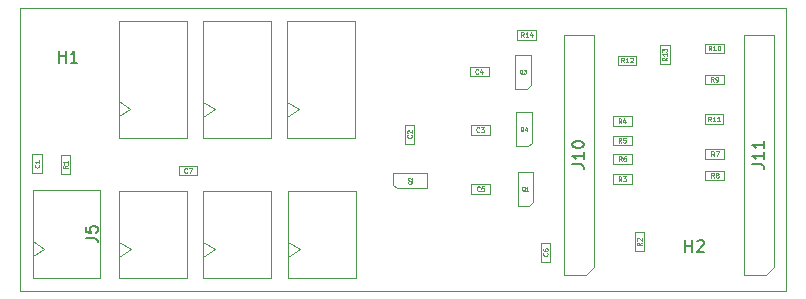
<source format=gbr>
%TF.GenerationSoftware,KiCad,Pcbnew,9.0.3*%
%TF.CreationDate,2025-09-10T20:52:41+09:00*%
%TF.ProjectId,mirror_Shooter_v2,6d697272-6f72-45f5-9368-6f6f7465725f,rev?*%
%TF.SameCoordinates,Original*%
%TF.FileFunction,Profile,NP*%
%FSLAX46Y46*%
G04 Gerber Fmt 4.6, Leading zero omitted, Abs format (unit mm)*
G04 Created by KiCad (PCBNEW 9.0.3) date 2025-09-10 20:52:41*
%MOMM*%
%LPD*%
G01*
G04 APERTURE LIST*
%TA.AperFunction,Profile*%
%ADD10C,0.100000*%
%TD*%
%ADD11C,0.060000*%
%ADD12C,0.150000*%
%ADD13C,0.050000*%
%ADD14C,0.100000*%
G04 APERTURE END LIST*
D10*
X159385000Y-97917000D02*
X224282000Y-97917000D01*
X224282000Y-121920000D01*
X159385000Y-121920000D01*
X159385000Y-97917000D01*
D11*
X202053857Y-100384927D02*
X201920524Y-100194451D01*
X201825286Y-100384927D02*
X201825286Y-99984927D01*
X201825286Y-99984927D02*
X201977667Y-99984927D01*
X201977667Y-99984927D02*
X202015762Y-100003975D01*
X202015762Y-100003975D02*
X202034809Y-100023022D01*
X202034809Y-100023022D02*
X202053857Y-100061118D01*
X202053857Y-100061118D02*
X202053857Y-100118260D01*
X202053857Y-100118260D02*
X202034809Y-100156356D01*
X202034809Y-100156356D02*
X202015762Y-100175403D01*
X202015762Y-100175403D02*
X201977667Y-100194451D01*
X201977667Y-100194451D02*
X201825286Y-100194451D01*
X202434809Y-100384927D02*
X202206238Y-100384927D01*
X202320524Y-100384927D02*
X202320524Y-99984927D01*
X202320524Y-99984927D02*
X202282428Y-100042070D01*
X202282428Y-100042070D02*
X202244333Y-100080165D01*
X202244333Y-100080165D02*
X202206238Y-100099213D01*
X202777666Y-100118260D02*
X202777666Y-100384927D01*
X202682428Y-99965880D02*
X202587190Y-100251594D01*
X202587190Y-100251594D02*
X202834809Y-100251594D01*
X214176927Y-102137642D02*
X213986451Y-102270975D01*
X214176927Y-102366213D02*
X213776927Y-102366213D01*
X213776927Y-102366213D02*
X213776927Y-102213832D01*
X213776927Y-102213832D02*
X213795975Y-102175737D01*
X213795975Y-102175737D02*
X213815022Y-102156690D01*
X213815022Y-102156690D02*
X213853118Y-102137642D01*
X213853118Y-102137642D02*
X213910260Y-102137642D01*
X213910260Y-102137642D02*
X213948356Y-102156690D01*
X213948356Y-102156690D02*
X213967403Y-102175737D01*
X213967403Y-102175737D02*
X213986451Y-102213832D01*
X213986451Y-102213832D02*
X213986451Y-102366213D01*
X214176927Y-101756690D02*
X214176927Y-101985261D01*
X214176927Y-101870975D02*
X213776927Y-101870975D01*
X213776927Y-101870975D02*
X213834070Y-101909071D01*
X213834070Y-101909071D02*
X213872165Y-101947166D01*
X213872165Y-101947166D02*
X213891213Y-101985261D01*
X213776927Y-101623357D02*
X213776927Y-101375738D01*
X213776927Y-101375738D02*
X213929308Y-101509071D01*
X213929308Y-101509071D02*
X213929308Y-101451928D01*
X213929308Y-101451928D02*
X213948356Y-101413833D01*
X213948356Y-101413833D02*
X213967403Y-101394785D01*
X213967403Y-101394785D02*
X214005499Y-101375738D01*
X214005499Y-101375738D02*
X214100737Y-101375738D01*
X214100737Y-101375738D02*
X214138832Y-101394785D01*
X214138832Y-101394785D02*
X214157880Y-101413833D01*
X214157880Y-101413833D02*
X214176927Y-101451928D01*
X214176927Y-101451928D02*
X214176927Y-101566214D01*
X214176927Y-101566214D02*
X214157880Y-101604309D01*
X214157880Y-101604309D02*
X214138832Y-101623357D01*
X210536357Y-102543927D02*
X210403024Y-102353451D01*
X210307786Y-102543927D02*
X210307786Y-102143927D01*
X210307786Y-102143927D02*
X210460167Y-102143927D01*
X210460167Y-102143927D02*
X210498262Y-102162975D01*
X210498262Y-102162975D02*
X210517309Y-102182022D01*
X210517309Y-102182022D02*
X210536357Y-102220118D01*
X210536357Y-102220118D02*
X210536357Y-102277260D01*
X210536357Y-102277260D02*
X210517309Y-102315356D01*
X210517309Y-102315356D02*
X210498262Y-102334403D01*
X210498262Y-102334403D02*
X210460167Y-102353451D01*
X210460167Y-102353451D02*
X210307786Y-102353451D01*
X210917309Y-102543927D02*
X210688738Y-102543927D01*
X210803024Y-102543927D02*
X210803024Y-102143927D01*
X210803024Y-102143927D02*
X210764928Y-102201070D01*
X210764928Y-102201070D02*
X210726833Y-102239165D01*
X210726833Y-102239165D02*
X210688738Y-102258213D01*
X211069690Y-102182022D02*
X211088738Y-102162975D01*
X211088738Y-102162975D02*
X211126833Y-102143927D01*
X211126833Y-102143927D02*
X211222071Y-102143927D01*
X211222071Y-102143927D02*
X211260166Y-102162975D01*
X211260166Y-102162975D02*
X211279214Y-102182022D01*
X211279214Y-102182022D02*
X211298261Y-102220118D01*
X211298261Y-102220118D02*
X211298261Y-102258213D01*
X211298261Y-102258213D02*
X211279214Y-102315356D01*
X211279214Y-102315356D02*
X211050642Y-102543927D01*
X211050642Y-102543927D02*
X211298261Y-102543927D01*
D12*
X164968819Y-117407333D02*
X165683104Y-117407333D01*
X165683104Y-117407333D02*
X165825961Y-117454952D01*
X165825961Y-117454952D02*
X165921200Y-117550190D01*
X165921200Y-117550190D02*
X165968819Y-117693047D01*
X165968819Y-117693047D02*
X165968819Y-117788285D01*
X164968819Y-116454952D02*
X164968819Y-116931142D01*
X164968819Y-116931142D02*
X165445009Y-116978761D01*
X165445009Y-116978761D02*
X165397390Y-116931142D01*
X165397390Y-116931142D02*
X165349771Y-116835904D01*
X165349771Y-116835904D02*
X165349771Y-116597809D01*
X165349771Y-116597809D02*
X165397390Y-116502571D01*
X165397390Y-116502571D02*
X165445009Y-116454952D01*
X165445009Y-116454952D02*
X165540247Y-116407333D01*
X165540247Y-116407333D02*
X165778342Y-116407333D01*
X165778342Y-116407333D02*
X165873580Y-116454952D01*
X165873580Y-116454952D02*
X165921200Y-116502571D01*
X165921200Y-116502571D02*
X165968819Y-116597809D01*
X165968819Y-116597809D02*
X165968819Y-116835904D01*
X165968819Y-116835904D02*
X165921200Y-116931142D01*
X165921200Y-116931142D02*
X165873580Y-116978761D01*
X162688095Y-102554819D02*
X162688095Y-101554819D01*
X162688095Y-102031009D02*
X163259523Y-102031009D01*
X163259523Y-102554819D02*
X163259523Y-101554819D01*
X164259523Y-102554819D02*
X163688095Y-102554819D01*
X163973809Y-102554819D02*
X163973809Y-101554819D01*
X163973809Y-101554819D02*
X163878571Y-101697676D01*
X163878571Y-101697676D02*
X163783333Y-101792914D01*
X163783333Y-101792914D02*
X163688095Y-101840533D01*
X215728095Y-118594819D02*
X215728095Y-117594819D01*
X215728095Y-118071009D02*
X216299523Y-118071009D01*
X216299523Y-118594819D02*
X216299523Y-117594819D01*
X216728095Y-117690057D02*
X216775714Y-117642438D01*
X216775714Y-117642438D02*
X216870952Y-117594819D01*
X216870952Y-117594819D02*
X217109047Y-117594819D01*
X217109047Y-117594819D02*
X217204285Y-117642438D01*
X217204285Y-117642438D02*
X217251904Y-117690057D01*
X217251904Y-117690057D02*
X217299523Y-117785295D01*
X217299523Y-117785295D02*
X217299523Y-117880533D01*
X217299523Y-117880533D02*
X217251904Y-118023390D01*
X217251904Y-118023390D02*
X216680476Y-118594819D01*
X216680476Y-118594819D02*
X217299523Y-118594819D01*
X206154819Y-111159523D02*
X206869104Y-111159523D01*
X206869104Y-111159523D02*
X207011961Y-111207142D01*
X207011961Y-111207142D02*
X207107200Y-111302380D01*
X207107200Y-111302380D02*
X207154819Y-111445237D01*
X207154819Y-111445237D02*
X207154819Y-111540475D01*
X207154819Y-110159523D02*
X207154819Y-110730951D01*
X207154819Y-110445237D02*
X206154819Y-110445237D01*
X206154819Y-110445237D02*
X206297676Y-110540475D01*
X206297676Y-110540475D02*
X206392914Y-110635713D01*
X206392914Y-110635713D02*
X206440533Y-110730951D01*
X206154819Y-109540475D02*
X206154819Y-109445237D01*
X206154819Y-109445237D02*
X206202438Y-109349999D01*
X206202438Y-109349999D02*
X206250057Y-109302380D01*
X206250057Y-109302380D02*
X206345295Y-109254761D01*
X206345295Y-109254761D02*
X206535771Y-109207142D01*
X206535771Y-109207142D02*
X206773866Y-109207142D01*
X206773866Y-109207142D02*
X206964342Y-109254761D01*
X206964342Y-109254761D02*
X207059580Y-109302380D01*
X207059580Y-109302380D02*
X207107200Y-109349999D01*
X207107200Y-109349999D02*
X207154819Y-109445237D01*
X207154819Y-109445237D02*
X207154819Y-109540475D01*
X207154819Y-109540475D02*
X207107200Y-109635713D01*
X207107200Y-109635713D02*
X207059580Y-109683332D01*
X207059580Y-109683332D02*
X206964342Y-109730951D01*
X206964342Y-109730951D02*
X206773866Y-109778570D01*
X206773866Y-109778570D02*
X206535771Y-109778570D01*
X206535771Y-109778570D02*
X206345295Y-109730951D01*
X206345295Y-109730951D02*
X206250057Y-109683332D01*
X206250057Y-109683332D02*
X206202438Y-109635713D01*
X206202438Y-109635713D02*
X206154819Y-109540475D01*
D11*
X163431927Y-111254166D02*
X163241451Y-111387499D01*
X163431927Y-111482737D02*
X163031927Y-111482737D01*
X163031927Y-111482737D02*
X163031927Y-111330356D01*
X163031927Y-111330356D02*
X163050975Y-111292261D01*
X163050975Y-111292261D02*
X163070022Y-111273214D01*
X163070022Y-111273214D02*
X163108118Y-111254166D01*
X163108118Y-111254166D02*
X163165260Y-111254166D01*
X163165260Y-111254166D02*
X163203356Y-111273214D01*
X163203356Y-111273214D02*
X163222403Y-111292261D01*
X163222403Y-111292261D02*
X163241451Y-111330356D01*
X163241451Y-111330356D02*
X163241451Y-111482737D01*
X163431927Y-110873214D02*
X163431927Y-111101785D01*
X163431927Y-110987499D02*
X163031927Y-110987499D01*
X163031927Y-110987499D02*
X163089070Y-111025595D01*
X163089070Y-111025595D02*
X163127165Y-111063690D01*
X163127165Y-111063690D02*
X163146213Y-111101785D01*
X210320833Y-107681927D02*
X210187500Y-107491451D01*
X210092262Y-107681927D02*
X210092262Y-107281927D01*
X210092262Y-107281927D02*
X210244643Y-107281927D01*
X210244643Y-107281927D02*
X210282738Y-107300975D01*
X210282738Y-107300975D02*
X210301785Y-107320022D01*
X210301785Y-107320022D02*
X210320833Y-107358118D01*
X210320833Y-107358118D02*
X210320833Y-107415260D01*
X210320833Y-107415260D02*
X210301785Y-107453356D01*
X210301785Y-107453356D02*
X210282738Y-107472403D01*
X210282738Y-107472403D02*
X210244643Y-107491451D01*
X210244643Y-107491451D02*
X210092262Y-107491451D01*
X210663690Y-107415260D02*
X210663690Y-107681927D01*
X210568452Y-107262880D02*
X210473214Y-107548594D01*
X210473214Y-107548594D02*
X210720833Y-107548594D01*
X218169033Y-110468727D02*
X218035700Y-110278251D01*
X217940462Y-110468727D02*
X217940462Y-110068727D01*
X217940462Y-110068727D02*
X218092843Y-110068727D01*
X218092843Y-110068727D02*
X218130938Y-110087775D01*
X218130938Y-110087775D02*
X218149985Y-110106822D01*
X218149985Y-110106822D02*
X218169033Y-110144918D01*
X218169033Y-110144918D02*
X218169033Y-110202060D01*
X218169033Y-110202060D02*
X218149985Y-110240156D01*
X218149985Y-110240156D02*
X218130938Y-110259203D01*
X218130938Y-110259203D02*
X218092843Y-110278251D01*
X218092843Y-110278251D02*
X217940462Y-110278251D01*
X218302366Y-110068727D02*
X218569033Y-110068727D01*
X218569033Y-110068727D02*
X218397604Y-110468727D01*
X204043832Y-118666666D02*
X204062880Y-118685714D01*
X204062880Y-118685714D02*
X204081927Y-118742856D01*
X204081927Y-118742856D02*
X204081927Y-118780952D01*
X204081927Y-118780952D02*
X204062880Y-118838095D01*
X204062880Y-118838095D02*
X204024784Y-118876190D01*
X204024784Y-118876190D02*
X203986689Y-118895237D01*
X203986689Y-118895237D02*
X203910499Y-118914285D01*
X203910499Y-118914285D02*
X203853356Y-118914285D01*
X203853356Y-118914285D02*
X203777165Y-118895237D01*
X203777165Y-118895237D02*
X203739070Y-118876190D01*
X203739070Y-118876190D02*
X203700975Y-118838095D01*
X203700975Y-118838095D02*
X203681927Y-118780952D01*
X203681927Y-118780952D02*
X203681927Y-118742856D01*
X203681927Y-118742856D02*
X203700975Y-118685714D01*
X203700975Y-118685714D02*
X203720022Y-118666666D01*
X203681927Y-118323809D02*
X203681927Y-118399999D01*
X203681927Y-118399999D02*
X203700975Y-118438095D01*
X203700975Y-118438095D02*
X203720022Y-118457142D01*
X203720022Y-118457142D02*
X203777165Y-118495237D01*
X203777165Y-118495237D02*
X203853356Y-118514285D01*
X203853356Y-118514285D02*
X204005737Y-118514285D01*
X204005737Y-118514285D02*
X204043832Y-118495237D01*
X204043832Y-118495237D02*
X204062880Y-118476190D01*
X204062880Y-118476190D02*
X204081927Y-118438095D01*
X204081927Y-118438095D02*
X204081927Y-118361904D01*
X204081927Y-118361904D02*
X204062880Y-118323809D01*
X204062880Y-118323809D02*
X204043832Y-118304761D01*
X204043832Y-118304761D02*
X204005737Y-118285714D01*
X204005737Y-118285714D02*
X203910499Y-118285714D01*
X203910499Y-118285714D02*
X203872403Y-118304761D01*
X203872403Y-118304761D02*
X203853356Y-118323809D01*
X203853356Y-118323809D02*
X203834308Y-118361904D01*
X203834308Y-118361904D02*
X203834308Y-118438095D01*
X203834308Y-118438095D02*
X203853356Y-118476190D01*
X203853356Y-118476190D02*
X203872403Y-118495237D01*
X203872403Y-118495237D02*
X203910499Y-118514285D01*
X217900357Y-107531927D02*
X217767024Y-107341451D01*
X217671786Y-107531927D02*
X217671786Y-107131927D01*
X217671786Y-107131927D02*
X217824167Y-107131927D01*
X217824167Y-107131927D02*
X217862262Y-107150975D01*
X217862262Y-107150975D02*
X217881309Y-107170022D01*
X217881309Y-107170022D02*
X217900357Y-107208118D01*
X217900357Y-107208118D02*
X217900357Y-107265260D01*
X217900357Y-107265260D02*
X217881309Y-107303356D01*
X217881309Y-107303356D02*
X217862262Y-107322403D01*
X217862262Y-107322403D02*
X217824167Y-107341451D01*
X217824167Y-107341451D02*
X217671786Y-107341451D01*
X218281309Y-107531927D02*
X218052738Y-107531927D01*
X218167024Y-107531927D02*
X218167024Y-107131927D01*
X218167024Y-107131927D02*
X218128928Y-107189070D01*
X218128928Y-107189070D02*
X218090833Y-107227165D01*
X218090833Y-107227165D02*
X218052738Y-107246213D01*
X218662261Y-107531927D02*
X218433690Y-107531927D01*
X218547976Y-107531927D02*
X218547976Y-107131927D01*
X218547976Y-107131927D02*
X218509880Y-107189070D01*
X218509880Y-107189070D02*
X218471785Y-107227165D01*
X218471785Y-107227165D02*
X218433690Y-107246213D01*
X210320833Y-112592927D02*
X210187500Y-112402451D01*
X210092262Y-112592927D02*
X210092262Y-112192927D01*
X210092262Y-112192927D02*
X210244643Y-112192927D01*
X210244643Y-112192927D02*
X210282738Y-112211975D01*
X210282738Y-112211975D02*
X210301785Y-112231022D01*
X210301785Y-112231022D02*
X210320833Y-112269118D01*
X210320833Y-112269118D02*
X210320833Y-112326260D01*
X210320833Y-112326260D02*
X210301785Y-112364356D01*
X210301785Y-112364356D02*
X210282738Y-112383403D01*
X210282738Y-112383403D02*
X210244643Y-112402451D01*
X210244643Y-112402451D02*
X210092262Y-112402451D01*
X210454166Y-112192927D02*
X210701785Y-112192927D01*
X210701785Y-112192927D02*
X210568452Y-112345308D01*
X210568452Y-112345308D02*
X210625595Y-112345308D01*
X210625595Y-112345308D02*
X210663690Y-112364356D01*
X210663690Y-112364356D02*
X210682738Y-112383403D01*
X210682738Y-112383403D02*
X210701785Y-112421499D01*
X210701785Y-112421499D02*
X210701785Y-112516737D01*
X210701785Y-112516737D02*
X210682738Y-112554832D01*
X210682738Y-112554832D02*
X210663690Y-112573880D01*
X210663690Y-112573880D02*
X210625595Y-112592927D01*
X210625595Y-112592927D02*
X210511309Y-112592927D01*
X210511309Y-112592927D02*
X210473214Y-112573880D01*
X210473214Y-112573880D02*
X210454166Y-112554832D01*
X212041927Y-117806666D02*
X211851451Y-117939999D01*
X212041927Y-118035237D02*
X211641927Y-118035237D01*
X211641927Y-118035237D02*
X211641927Y-117882856D01*
X211641927Y-117882856D02*
X211660975Y-117844761D01*
X211660975Y-117844761D02*
X211680022Y-117825714D01*
X211680022Y-117825714D02*
X211718118Y-117806666D01*
X211718118Y-117806666D02*
X211775260Y-117806666D01*
X211775260Y-117806666D02*
X211813356Y-117825714D01*
X211813356Y-117825714D02*
X211832403Y-117844761D01*
X211832403Y-117844761D02*
X211851451Y-117882856D01*
X211851451Y-117882856D02*
X211851451Y-118035237D01*
X211680022Y-117654285D02*
X211660975Y-117635237D01*
X211660975Y-117635237D02*
X211641927Y-117597142D01*
X211641927Y-117597142D02*
X211641927Y-117501904D01*
X211641927Y-117501904D02*
X211660975Y-117463809D01*
X211660975Y-117463809D02*
X211680022Y-117444761D01*
X211680022Y-117444761D02*
X211718118Y-117425714D01*
X211718118Y-117425714D02*
X211756213Y-117425714D01*
X211756213Y-117425714D02*
X211813356Y-117444761D01*
X211813356Y-117444761D02*
X212041927Y-117673333D01*
X212041927Y-117673333D02*
X212041927Y-117425714D01*
D13*
X202032023Y-108375914D02*
X202001547Y-108360676D01*
X202001547Y-108360676D02*
X201971071Y-108330200D01*
X201971071Y-108330200D02*
X201925357Y-108284485D01*
X201925357Y-108284485D02*
X201894880Y-108269247D01*
X201894880Y-108269247D02*
X201864404Y-108269247D01*
X201879642Y-108345438D02*
X201849166Y-108330200D01*
X201849166Y-108330200D02*
X201818690Y-108299723D01*
X201818690Y-108299723D02*
X201803452Y-108238771D01*
X201803452Y-108238771D02*
X201803452Y-108132104D01*
X201803452Y-108132104D02*
X201818690Y-108071152D01*
X201818690Y-108071152D02*
X201849166Y-108040676D01*
X201849166Y-108040676D02*
X201879642Y-108025438D01*
X201879642Y-108025438D02*
X201940595Y-108025438D01*
X201940595Y-108025438D02*
X201971071Y-108040676D01*
X201971071Y-108040676D02*
X202001547Y-108071152D01*
X202001547Y-108071152D02*
X202016785Y-108132104D01*
X202016785Y-108132104D02*
X202016785Y-108238771D01*
X202016785Y-108238771D02*
X202001547Y-108299723D01*
X202001547Y-108299723D02*
X201971071Y-108330200D01*
X201971071Y-108330200D02*
X201940595Y-108345438D01*
X201940595Y-108345438D02*
X201879642Y-108345438D01*
X202291071Y-108132104D02*
X202291071Y-108345438D01*
X202214880Y-108010200D02*
X202138690Y-108238771D01*
X202138690Y-108238771D02*
X202336785Y-108238771D01*
D11*
X217929957Y-101527927D02*
X217796624Y-101337451D01*
X217701386Y-101527927D02*
X217701386Y-101127927D01*
X217701386Y-101127927D02*
X217853767Y-101127927D01*
X217853767Y-101127927D02*
X217891862Y-101146975D01*
X217891862Y-101146975D02*
X217910909Y-101166022D01*
X217910909Y-101166022D02*
X217929957Y-101204118D01*
X217929957Y-101204118D02*
X217929957Y-101261260D01*
X217929957Y-101261260D02*
X217910909Y-101299356D01*
X217910909Y-101299356D02*
X217891862Y-101318403D01*
X217891862Y-101318403D02*
X217853767Y-101337451D01*
X217853767Y-101337451D02*
X217701386Y-101337451D01*
X218310909Y-101527927D02*
X218082338Y-101527927D01*
X218196624Y-101527927D02*
X218196624Y-101127927D01*
X218196624Y-101127927D02*
X218158528Y-101185070D01*
X218158528Y-101185070D02*
X218120433Y-101223165D01*
X218120433Y-101223165D02*
X218082338Y-101242213D01*
X218558528Y-101127927D02*
X218596623Y-101127927D01*
X218596623Y-101127927D02*
X218634719Y-101146975D01*
X218634719Y-101146975D02*
X218653766Y-101166022D01*
X218653766Y-101166022D02*
X218672814Y-101204118D01*
X218672814Y-101204118D02*
X218691861Y-101280308D01*
X218691861Y-101280308D02*
X218691861Y-101375546D01*
X218691861Y-101375546D02*
X218672814Y-101451737D01*
X218672814Y-101451737D02*
X218653766Y-101489832D01*
X218653766Y-101489832D02*
X218634719Y-101508880D01*
X218634719Y-101508880D02*
X218596623Y-101527927D01*
X218596623Y-101527927D02*
X218558528Y-101527927D01*
X218558528Y-101527927D02*
X218520433Y-101508880D01*
X218520433Y-101508880D02*
X218501385Y-101489832D01*
X218501385Y-101489832D02*
X218482338Y-101451737D01*
X218482338Y-101451737D02*
X218463290Y-101375546D01*
X218463290Y-101375546D02*
X218463290Y-101280308D01*
X218463290Y-101280308D02*
X218482338Y-101204118D01*
X218482338Y-101204118D02*
X218501385Y-101166022D01*
X218501385Y-101166022D02*
X218520433Y-101146975D01*
X218520433Y-101146975D02*
X218558528Y-101127927D01*
X210320833Y-109332927D02*
X210187500Y-109142451D01*
X210092262Y-109332927D02*
X210092262Y-108932927D01*
X210092262Y-108932927D02*
X210244643Y-108932927D01*
X210244643Y-108932927D02*
X210282738Y-108951975D01*
X210282738Y-108951975D02*
X210301785Y-108971022D01*
X210301785Y-108971022D02*
X210320833Y-109009118D01*
X210320833Y-109009118D02*
X210320833Y-109066260D01*
X210320833Y-109066260D02*
X210301785Y-109104356D01*
X210301785Y-109104356D02*
X210282738Y-109123403D01*
X210282738Y-109123403D02*
X210244643Y-109142451D01*
X210244643Y-109142451D02*
X210092262Y-109142451D01*
X210682738Y-108932927D02*
X210492262Y-108932927D01*
X210492262Y-108932927D02*
X210473214Y-109123403D01*
X210473214Y-109123403D02*
X210492262Y-109104356D01*
X210492262Y-109104356D02*
X210530357Y-109085308D01*
X210530357Y-109085308D02*
X210625595Y-109085308D01*
X210625595Y-109085308D02*
X210663690Y-109104356D01*
X210663690Y-109104356D02*
X210682738Y-109123403D01*
X210682738Y-109123403D02*
X210701785Y-109161499D01*
X210701785Y-109161499D02*
X210701785Y-109256737D01*
X210701785Y-109256737D02*
X210682738Y-109294832D01*
X210682738Y-109294832D02*
X210663690Y-109313880D01*
X210663690Y-109313880D02*
X210625595Y-109332927D01*
X210625595Y-109332927D02*
X210530357Y-109332927D01*
X210530357Y-109332927D02*
X210492262Y-109313880D01*
X210492262Y-109313880D02*
X210473214Y-109294832D01*
X198320833Y-113393832D02*
X198301785Y-113412880D01*
X198301785Y-113412880D02*
X198244643Y-113431927D01*
X198244643Y-113431927D02*
X198206547Y-113431927D01*
X198206547Y-113431927D02*
X198149404Y-113412880D01*
X198149404Y-113412880D02*
X198111309Y-113374784D01*
X198111309Y-113374784D02*
X198092262Y-113336689D01*
X198092262Y-113336689D02*
X198073214Y-113260499D01*
X198073214Y-113260499D02*
X198073214Y-113203356D01*
X198073214Y-113203356D02*
X198092262Y-113127165D01*
X198092262Y-113127165D02*
X198111309Y-113089070D01*
X198111309Y-113089070D02*
X198149404Y-113050975D01*
X198149404Y-113050975D02*
X198206547Y-113031927D01*
X198206547Y-113031927D02*
X198244643Y-113031927D01*
X198244643Y-113031927D02*
X198301785Y-113050975D01*
X198301785Y-113050975D02*
X198320833Y-113070022D01*
X198682738Y-113031927D02*
X198492262Y-113031927D01*
X198492262Y-113031927D02*
X198473214Y-113222403D01*
X198473214Y-113222403D02*
X198492262Y-113203356D01*
X198492262Y-113203356D02*
X198530357Y-113184308D01*
X198530357Y-113184308D02*
X198625595Y-113184308D01*
X198625595Y-113184308D02*
X198663690Y-113203356D01*
X198663690Y-113203356D02*
X198682738Y-113222403D01*
X198682738Y-113222403D02*
X198701785Y-113260499D01*
X198701785Y-113260499D02*
X198701785Y-113355737D01*
X198701785Y-113355737D02*
X198682738Y-113393832D01*
X198682738Y-113393832D02*
X198663690Y-113412880D01*
X198663690Y-113412880D02*
X198625595Y-113431927D01*
X198625595Y-113431927D02*
X198530357Y-113431927D01*
X198530357Y-113431927D02*
X198492262Y-113412880D01*
X198492262Y-113412880D02*
X198473214Y-113393832D01*
D13*
X202157023Y-113425914D02*
X202126547Y-113410676D01*
X202126547Y-113410676D02*
X202096071Y-113380200D01*
X202096071Y-113380200D02*
X202050357Y-113334485D01*
X202050357Y-113334485D02*
X202019880Y-113319247D01*
X202019880Y-113319247D02*
X201989404Y-113319247D01*
X202004642Y-113395438D02*
X201974166Y-113380200D01*
X201974166Y-113380200D02*
X201943690Y-113349723D01*
X201943690Y-113349723D02*
X201928452Y-113288771D01*
X201928452Y-113288771D02*
X201928452Y-113182104D01*
X201928452Y-113182104D02*
X201943690Y-113121152D01*
X201943690Y-113121152D02*
X201974166Y-113090676D01*
X201974166Y-113090676D02*
X202004642Y-113075438D01*
X202004642Y-113075438D02*
X202065595Y-113075438D01*
X202065595Y-113075438D02*
X202096071Y-113090676D01*
X202096071Y-113090676D02*
X202126547Y-113121152D01*
X202126547Y-113121152D02*
X202141785Y-113182104D01*
X202141785Y-113182104D02*
X202141785Y-113288771D01*
X202141785Y-113288771D02*
X202126547Y-113349723D01*
X202126547Y-113349723D02*
X202096071Y-113380200D01*
X202096071Y-113380200D02*
X202065595Y-113395438D01*
X202065595Y-113395438D02*
X202004642Y-113395438D01*
X202446547Y-113395438D02*
X202263690Y-113395438D01*
X202355118Y-113395438D02*
X202355118Y-113075438D01*
X202355118Y-113075438D02*
X202324642Y-113121152D01*
X202324642Y-113121152D02*
X202294166Y-113151628D01*
X202294166Y-113151628D02*
X202263690Y-113166866D01*
D11*
X198295833Y-108393832D02*
X198276785Y-108412880D01*
X198276785Y-108412880D02*
X198219643Y-108431927D01*
X198219643Y-108431927D02*
X198181547Y-108431927D01*
X198181547Y-108431927D02*
X198124404Y-108412880D01*
X198124404Y-108412880D02*
X198086309Y-108374784D01*
X198086309Y-108374784D02*
X198067262Y-108336689D01*
X198067262Y-108336689D02*
X198048214Y-108260499D01*
X198048214Y-108260499D02*
X198048214Y-108203356D01*
X198048214Y-108203356D02*
X198067262Y-108127165D01*
X198067262Y-108127165D02*
X198086309Y-108089070D01*
X198086309Y-108089070D02*
X198124404Y-108050975D01*
X198124404Y-108050975D02*
X198181547Y-108031927D01*
X198181547Y-108031927D02*
X198219643Y-108031927D01*
X198219643Y-108031927D02*
X198276785Y-108050975D01*
X198276785Y-108050975D02*
X198295833Y-108070022D01*
X198429166Y-108031927D02*
X198676785Y-108031927D01*
X198676785Y-108031927D02*
X198543452Y-108184308D01*
X198543452Y-108184308D02*
X198600595Y-108184308D01*
X198600595Y-108184308D02*
X198638690Y-108203356D01*
X198638690Y-108203356D02*
X198657738Y-108222403D01*
X198657738Y-108222403D02*
X198676785Y-108260499D01*
X198676785Y-108260499D02*
X198676785Y-108355737D01*
X198676785Y-108355737D02*
X198657738Y-108393832D01*
X198657738Y-108393832D02*
X198638690Y-108412880D01*
X198638690Y-108412880D02*
X198600595Y-108431927D01*
X198600595Y-108431927D02*
X198486309Y-108431927D01*
X198486309Y-108431927D02*
X198448214Y-108412880D01*
X198448214Y-108412880D02*
X198429166Y-108393832D01*
X218120433Y-104169527D02*
X217987100Y-103979051D01*
X217891862Y-104169527D02*
X217891862Y-103769527D01*
X217891862Y-103769527D02*
X218044243Y-103769527D01*
X218044243Y-103769527D02*
X218082338Y-103788575D01*
X218082338Y-103788575D02*
X218101385Y-103807622D01*
X218101385Y-103807622D02*
X218120433Y-103845718D01*
X218120433Y-103845718D02*
X218120433Y-103902860D01*
X218120433Y-103902860D02*
X218101385Y-103940956D01*
X218101385Y-103940956D02*
X218082338Y-103960003D01*
X218082338Y-103960003D02*
X218044243Y-103979051D01*
X218044243Y-103979051D02*
X217891862Y-103979051D01*
X218310909Y-104169527D02*
X218387100Y-104169527D01*
X218387100Y-104169527D02*
X218425195Y-104150480D01*
X218425195Y-104150480D02*
X218444243Y-104131432D01*
X218444243Y-104131432D02*
X218482338Y-104074289D01*
X218482338Y-104074289D02*
X218501385Y-103998099D01*
X218501385Y-103998099D02*
X218501385Y-103845718D01*
X218501385Y-103845718D02*
X218482338Y-103807622D01*
X218482338Y-103807622D02*
X218463290Y-103788575D01*
X218463290Y-103788575D02*
X218425195Y-103769527D01*
X218425195Y-103769527D02*
X218349004Y-103769527D01*
X218349004Y-103769527D02*
X218310909Y-103788575D01*
X218310909Y-103788575D02*
X218291862Y-103807622D01*
X218291862Y-103807622D02*
X218272814Y-103845718D01*
X218272814Y-103845718D02*
X218272814Y-103940956D01*
X218272814Y-103940956D02*
X218291862Y-103979051D01*
X218291862Y-103979051D02*
X218310909Y-103998099D01*
X218310909Y-103998099D02*
X218349004Y-104017146D01*
X218349004Y-104017146D02*
X218425195Y-104017146D01*
X218425195Y-104017146D02*
X218463290Y-103998099D01*
X218463290Y-103998099D02*
X218482338Y-103979051D01*
X218482338Y-103979051D02*
X218501385Y-103940956D01*
X160993832Y-111204166D02*
X161012880Y-111223214D01*
X161012880Y-111223214D02*
X161031927Y-111280356D01*
X161031927Y-111280356D02*
X161031927Y-111318452D01*
X161031927Y-111318452D02*
X161012880Y-111375595D01*
X161012880Y-111375595D02*
X160974784Y-111413690D01*
X160974784Y-111413690D02*
X160936689Y-111432737D01*
X160936689Y-111432737D02*
X160860499Y-111451785D01*
X160860499Y-111451785D02*
X160803356Y-111451785D01*
X160803356Y-111451785D02*
X160727165Y-111432737D01*
X160727165Y-111432737D02*
X160689070Y-111413690D01*
X160689070Y-111413690D02*
X160650975Y-111375595D01*
X160650975Y-111375595D02*
X160631927Y-111318452D01*
X160631927Y-111318452D02*
X160631927Y-111280356D01*
X160631927Y-111280356D02*
X160650975Y-111223214D01*
X160650975Y-111223214D02*
X160670022Y-111204166D01*
X161031927Y-110823214D02*
X161031927Y-111051785D01*
X161031927Y-110937499D02*
X160631927Y-110937499D01*
X160631927Y-110937499D02*
X160689070Y-110975595D01*
X160689070Y-110975595D02*
X160727165Y-111013690D01*
X160727165Y-111013690D02*
X160746213Y-111051785D01*
X210344033Y-110891127D02*
X210210700Y-110700651D01*
X210115462Y-110891127D02*
X210115462Y-110491127D01*
X210115462Y-110491127D02*
X210267843Y-110491127D01*
X210267843Y-110491127D02*
X210305938Y-110510175D01*
X210305938Y-110510175D02*
X210324985Y-110529222D01*
X210324985Y-110529222D02*
X210344033Y-110567318D01*
X210344033Y-110567318D02*
X210344033Y-110624460D01*
X210344033Y-110624460D02*
X210324985Y-110662556D01*
X210324985Y-110662556D02*
X210305938Y-110681603D01*
X210305938Y-110681603D02*
X210267843Y-110700651D01*
X210267843Y-110700651D02*
X210115462Y-110700651D01*
X210686890Y-110491127D02*
X210610700Y-110491127D01*
X210610700Y-110491127D02*
X210572604Y-110510175D01*
X210572604Y-110510175D02*
X210553557Y-110529222D01*
X210553557Y-110529222D02*
X210515462Y-110586365D01*
X210515462Y-110586365D02*
X210496414Y-110662556D01*
X210496414Y-110662556D02*
X210496414Y-110814937D01*
X210496414Y-110814937D02*
X210515462Y-110853032D01*
X210515462Y-110853032D02*
X210534509Y-110872080D01*
X210534509Y-110872080D02*
X210572604Y-110891127D01*
X210572604Y-110891127D02*
X210648795Y-110891127D01*
X210648795Y-110891127D02*
X210686890Y-110872080D01*
X210686890Y-110872080D02*
X210705938Y-110853032D01*
X210705938Y-110853032D02*
X210724985Y-110814937D01*
X210724985Y-110814937D02*
X210724985Y-110719699D01*
X210724985Y-110719699D02*
X210705938Y-110681603D01*
X210705938Y-110681603D02*
X210686890Y-110662556D01*
X210686890Y-110662556D02*
X210648795Y-110643508D01*
X210648795Y-110643508D02*
X210572604Y-110643508D01*
X210572604Y-110643508D02*
X210534509Y-110662556D01*
X210534509Y-110662556D02*
X210515462Y-110681603D01*
X210515462Y-110681603D02*
X210496414Y-110719699D01*
D13*
X201950323Y-103517214D02*
X201919847Y-103501976D01*
X201919847Y-103501976D02*
X201889371Y-103471500D01*
X201889371Y-103471500D02*
X201843657Y-103425785D01*
X201843657Y-103425785D02*
X201813180Y-103410547D01*
X201813180Y-103410547D02*
X201782704Y-103410547D01*
X201797942Y-103486738D02*
X201767466Y-103471500D01*
X201767466Y-103471500D02*
X201736990Y-103441023D01*
X201736990Y-103441023D02*
X201721752Y-103380071D01*
X201721752Y-103380071D02*
X201721752Y-103273404D01*
X201721752Y-103273404D02*
X201736990Y-103212452D01*
X201736990Y-103212452D02*
X201767466Y-103181976D01*
X201767466Y-103181976D02*
X201797942Y-103166738D01*
X201797942Y-103166738D02*
X201858895Y-103166738D01*
X201858895Y-103166738D02*
X201889371Y-103181976D01*
X201889371Y-103181976D02*
X201919847Y-103212452D01*
X201919847Y-103212452D02*
X201935085Y-103273404D01*
X201935085Y-103273404D02*
X201935085Y-103380071D01*
X201935085Y-103380071D02*
X201919847Y-103441023D01*
X201919847Y-103441023D02*
X201889371Y-103471500D01*
X201889371Y-103471500D02*
X201858895Y-103486738D01*
X201858895Y-103486738D02*
X201797942Y-103486738D01*
X202041752Y-103166738D02*
X202239847Y-103166738D01*
X202239847Y-103166738D02*
X202133180Y-103288642D01*
X202133180Y-103288642D02*
X202178895Y-103288642D01*
X202178895Y-103288642D02*
X202209371Y-103303880D01*
X202209371Y-103303880D02*
X202224609Y-103319119D01*
X202224609Y-103319119D02*
X202239847Y-103349595D01*
X202239847Y-103349595D02*
X202239847Y-103425785D01*
X202239847Y-103425785D02*
X202224609Y-103456261D01*
X202224609Y-103456261D02*
X202209371Y-103471500D01*
X202209371Y-103471500D02*
X202178895Y-103486738D01*
X202178895Y-103486738D02*
X202087466Y-103486738D01*
X202087466Y-103486738D02*
X202056990Y-103471500D01*
X202056990Y-103471500D02*
X202041752Y-103456261D01*
X192625914Y-112592976D02*
X192610676Y-112623452D01*
X192610676Y-112623452D02*
X192580200Y-112653928D01*
X192580200Y-112653928D02*
X192534485Y-112699642D01*
X192534485Y-112699642D02*
X192519247Y-112730119D01*
X192519247Y-112730119D02*
X192519247Y-112760595D01*
X192595438Y-112745357D02*
X192580200Y-112775833D01*
X192580200Y-112775833D02*
X192549723Y-112806309D01*
X192549723Y-112806309D02*
X192488771Y-112821547D01*
X192488771Y-112821547D02*
X192382104Y-112821547D01*
X192382104Y-112821547D02*
X192321152Y-112806309D01*
X192321152Y-112806309D02*
X192290676Y-112775833D01*
X192290676Y-112775833D02*
X192275438Y-112745357D01*
X192275438Y-112745357D02*
X192275438Y-112684404D01*
X192275438Y-112684404D02*
X192290676Y-112653928D01*
X192290676Y-112653928D02*
X192321152Y-112623452D01*
X192321152Y-112623452D02*
X192382104Y-112608214D01*
X192382104Y-112608214D02*
X192488771Y-112608214D01*
X192488771Y-112608214D02*
X192549723Y-112623452D01*
X192549723Y-112623452D02*
X192580200Y-112653928D01*
X192580200Y-112653928D02*
X192595438Y-112684404D01*
X192595438Y-112684404D02*
X192595438Y-112745357D01*
X192305914Y-112486309D02*
X192290676Y-112471071D01*
X192290676Y-112471071D02*
X192275438Y-112440595D01*
X192275438Y-112440595D02*
X192275438Y-112364404D01*
X192275438Y-112364404D02*
X192290676Y-112333928D01*
X192290676Y-112333928D02*
X192305914Y-112318690D01*
X192305914Y-112318690D02*
X192336390Y-112303452D01*
X192336390Y-112303452D02*
X192366866Y-112303452D01*
X192366866Y-112303452D02*
X192412580Y-112318690D01*
X192412580Y-112318690D02*
X192595438Y-112501547D01*
X192595438Y-112501547D02*
X192595438Y-112303452D01*
D11*
X198204633Y-103471032D02*
X198185585Y-103490080D01*
X198185585Y-103490080D02*
X198128443Y-103509127D01*
X198128443Y-103509127D02*
X198090347Y-103509127D01*
X198090347Y-103509127D02*
X198033204Y-103490080D01*
X198033204Y-103490080D02*
X197995109Y-103451984D01*
X197995109Y-103451984D02*
X197976062Y-103413889D01*
X197976062Y-103413889D02*
X197957014Y-103337699D01*
X197957014Y-103337699D02*
X197957014Y-103280556D01*
X197957014Y-103280556D02*
X197976062Y-103204365D01*
X197976062Y-103204365D02*
X197995109Y-103166270D01*
X197995109Y-103166270D02*
X198033204Y-103128175D01*
X198033204Y-103128175D02*
X198090347Y-103109127D01*
X198090347Y-103109127D02*
X198128443Y-103109127D01*
X198128443Y-103109127D02*
X198185585Y-103128175D01*
X198185585Y-103128175D02*
X198204633Y-103147222D01*
X198547490Y-103242460D02*
X198547490Y-103509127D01*
X198452252Y-103090080D02*
X198357014Y-103375794D01*
X198357014Y-103375794D02*
X198604633Y-103375794D01*
X192543832Y-108679166D02*
X192562880Y-108698214D01*
X192562880Y-108698214D02*
X192581927Y-108755356D01*
X192581927Y-108755356D02*
X192581927Y-108793452D01*
X192581927Y-108793452D02*
X192562880Y-108850595D01*
X192562880Y-108850595D02*
X192524784Y-108888690D01*
X192524784Y-108888690D02*
X192486689Y-108907737D01*
X192486689Y-108907737D02*
X192410499Y-108926785D01*
X192410499Y-108926785D02*
X192353356Y-108926785D01*
X192353356Y-108926785D02*
X192277165Y-108907737D01*
X192277165Y-108907737D02*
X192239070Y-108888690D01*
X192239070Y-108888690D02*
X192200975Y-108850595D01*
X192200975Y-108850595D02*
X192181927Y-108793452D01*
X192181927Y-108793452D02*
X192181927Y-108755356D01*
X192181927Y-108755356D02*
X192200975Y-108698214D01*
X192200975Y-108698214D02*
X192220022Y-108679166D01*
X192220022Y-108526785D02*
X192200975Y-108507737D01*
X192200975Y-108507737D02*
X192181927Y-108469642D01*
X192181927Y-108469642D02*
X192181927Y-108374404D01*
X192181927Y-108374404D02*
X192200975Y-108336309D01*
X192200975Y-108336309D02*
X192220022Y-108317261D01*
X192220022Y-108317261D02*
X192258118Y-108298214D01*
X192258118Y-108298214D02*
X192296213Y-108298214D01*
X192296213Y-108298214D02*
X192353356Y-108317261D01*
X192353356Y-108317261D02*
X192581927Y-108545833D01*
X192581927Y-108545833D02*
X192581927Y-108298214D01*
X173555833Y-111853832D02*
X173536785Y-111872880D01*
X173536785Y-111872880D02*
X173479643Y-111891927D01*
X173479643Y-111891927D02*
X173441547Y-111891927D01*
X173441547Y-111891927D02*
X173384404Y-111872880D01*
X173384404Y-111872880D02*
X173346309Y-111834784D01*
X173346309Y-111834784D02*
X173327262Y-111796689D01*
X173327262Y-111796689D02*
X173308214Y-111720499D01*
X173308214Y-111720499D02*
X173308214Y-111663356D01*
X173308214Y-111663356D02*
X173327262Y-111587165D01*
X173327262Y-111587165D02*
X173346309Y-111549070D01*
X173346309Y-111549070D02*
X173384404Y-111510975D01*
X173384404Y-111510975D02*
X173441547Y-111491927D01*
X173441547Y-111491927D02*
X173479643Y-111491927D01*
X173479643Y-111491927D02*
X173536785Y-111510975D01*
X173536785Y-111510975D02*
X173555833Y-111530022D01*
X173689166Y-111491927D02*
X173955833Y-111491927D01*
X173955833Y-111491927D02*
X173784404Y-111891927D01*
D12*
X221404819Y-111159523D02*
X222119104Y-111159523D01*
X222119104Y-111159523D02*
X222261961Y-111207142D01*
X222261961Y-111207142D02*
X222357200Y-111302380D01*
X222357200Y-111302380D02*
X222404819Y-111445237D01*
X222404819Y-111445237D02*
X222404819Y-111540475D01*
X222404819Y-110159523D02*
X222404819Y-110730951D01*
X222404819Y-110445237D02*
X221404819Y-110445237D01*
X221404819Y-110445237D02*
X221547676Y-110540475D01*
X221547676Y-110540475D02*
X221642914Y-110635713D01*
X221642914Y-110635713D02*
X221690533Y-110730951D01*
X222404819Y-109207142D02*
X222404819Y-109778570D01*
X222404819Y-109492856D02*
X221404819Y-109492856D01*
X221404819Y-109492856D02*
X221547676Y-109588094D01*
X221547676Y-109588094D02*
X221642914Y-109683332D01*
X221642914Y-109683332D02*
X221690533Y-109778570D01*
D11*
X218169033Y-112297527D02*
X218035700Y-112107051D01*
X217940462Y-112297527D02*
X217940462Y-111897527D01*
X217940462Y-111897527D02*
X218092843Y-111897527D01*
X218092843Y-111897527D02*
X218130938Y-111916575D01*
X218130938Y-111916575D02*
X218149985Y-111935622D01*
X218149985Y-111935622D02*
X218169033Y-111973718D01*
X218169033Y-111973718D02*
X218169033Y-112030860D01*
X218169033Y-112030860D02*
X218149985Y-112068956D01*
X218149985Y-112068956D02*
X218130938Y-112088003D01*
X218130938Y-112088003D02*
X218092843Y-112107051D01*
X218092843Y-112107051D02*
X217940462Y-112107051D01*
X218397604Y-112068956D02*
X218359509Y-112049908D01*
X218359509Y-112049908D02*
X218340462Y-112030860D01*
X218340462Y-112030860D02*
X218321414Y-111992765D01*
X218321414Y-111992765D02*
X218321414Y-111973718D01*
X218321414Y-111973718D02*
X218340462Y-111935622D01*
X218340462Y-111935622D02*
X218359509Y-111916575D01*
X218359509Y-111916575D02*
X218397604Y-111897527D01*
X218397604Y-111897527D02*
X218473795Y-111897527D01*
X218473795Y-111897527D02*
X218511890Y-111916575D01*
X218511890Y-111916575D02*
X218530938Y-111935622D01*
X218530938Y-111935622D02*
X218549985Y-111973718D01*
X218549985Y-111973718D02*
X218549985Y-111992765D01*
X218549985Y-111992765D02*
X218530938Y-112030860D01*
X218530938Y-112030860D02*
X218511890Y-112049908D01*
X218511890Y-112049908D02*
X218473795Y-112068956D01*
X218473795Y-112068956D02*
X218397604Y-112068956D01*
X218397604Y-112068956D02*
X218359509Y-112088003D01*
X218359509Y-112088003D02*
X218340462Y-112107051D01*
X218340462Y-112107051D02*
X218321414Y-112145146D01*
X218321414Y-112145146D02*
X218321414Y-112221337D01*
X218321414Y-112221337D02*
X218340462Y-112259432D01*
X218340462Y-112259432D02*
X218359509Y-112278480D01*
X218359509Y-112278480D02*
X218397604Y-112297527D01*
X218397604Y-112297527D02*
X218473795Y-112297527D01*
X218473795Y-112297527D02*
X218511890Y-112278480D01*
X218511890Y-112278480D02*
X218530938Y-112259432D01*
X218530938Y-112259432D02*
X218549985Y-112221337D01*
X218549985Y-112221337D02*
X218549985Y-112145146D01*
X218549985Y-112145146D02*
X218530938Y-112107051D01*
X218530938Y-112107051D02*
X218511890Y-112088003D01*
X218511890Y-112088003D02*
X218473795Y-112068956D01*
D14*
%TO.C,R14*%
X203111000Y-100603000D02*
X201511000Y-100603000D01*
X203111000Y-99803000D02*
X203111000Y-100603000D01*
X201511000Y-100603000D02*
X201511000Y-99803000D01*
X201511000Y-99803000D02*
X203111000Y-99803000D01*
%TO.C,R13*%
X213595000Y-102680500D02*
X213595000Y-101080500D01*
X214395000Y-102680500D02*
X213595000Y-102680500D01*
X213595000Y-101080500D02*
X214395000Y-101080500D01*
X214395000Y-101080500D02*
X214395000Y-102680500D01*
%TO.C,R12*%
X211593500Y-102762000D02*
X209993500Y-102762000D01*
X211593500Y-101962000D02*
X211593500Y-102762000D01*
X209993500Y-102762000D02*
X209993500Y-101962000D01*
X209993500Y-101962000D02*
X211593500Y-101962000D01*
%TO.C,J5*%
X160464000Y-120774000D02*
X166214000Y-120774000D01*
X166214000Y-120774000D02*
X166214000Y-113374000D01*
X160464000Y-118949000D02*
X161464000Y-118324000D01*
X161464000Y-118324000D02*
X160464000Y-117699000D01*
X160464000Y-113374000D02*
X160464000Y-120774000D01*
X166214000Y-113374000D02*
X160464000Y-113374000D01*
%TO.C,J10*%
X207970000Y-119875000D02*
X207335000Y-120510000D01*
X207970000Y-100190000D02*
X207970000Y-119875000D01*
X207335000Y-120510000D02*
X205430000Y-120510000D01*
X205430000Y-120510000D02*
X205430000Y-100190000D01*
X205430000Y-100190000D02*
X207970000Y-100190000D01*
%TO.C,R1*%
X162850000Y-110387500D02*
X163650000Y-110387500D01*
X162850000Y-111987500D02*
X162850000Y-110387500D01*
X163650000Y-110387500D02*
X163650000Y-111987500D01*
X163650000Y-111987500D02*
X162850000Y-111987500D01*
%TO.C,R4*%
X209587500Y-107100000D02*
X211187500Y-107100000D01*
X209587500Y-107900000D02*
X209587500Y-107100000D01*
X211187500Y-107100000D02*
X211187500Y-107900000D01*
X211187500Y-107900000D02*
X209587500Y-107900000D01*
%TO.C,R7*%
X217435700Y-109886800D02*
X219035700Y-109886800D01*
X217435700Y-110686800D02*
X217435700Y-109886800D01*
X219035700Y-109886800D02*
X219035700Y-110686800D01*
X219035700Y-110686800D02*
X217435700Y-110686800D01*
%TO.C,C6*%
X203500000Y-117800000D02*
X204300000Y-117800000D01*
X203500000Y-119400000D02*
X203500000Y-117800000D01*
X204300000Y-117800000D02*
X204300000Y-119400000D01*
X204300000Y-119400000D02*
X203500000Y-119400000D01*
%TO.C,R11*%
X217357500Y-106950000D02*
X218957500Y-106950000D01*
X217357500Y-107750000D02*
X217357500Y-106950000D01*
X218957500Y-106950000D02*
X218957500Y-107750000D01*
X218957500Y-107750000D02*
X217357500Y-107750000D01*
%TO.C,R3*%
X209587500Y-112011000D02*
X211187500Y-112011000D01*
X209587500Y-112811000D02*
X209587500Y-112011000D01*
X211187500Y-112011000D02*
X211187500Y-112811000D01*
X211187500Y-112811000D02*
X209587500Y-112811000D01*
%TO.C,R2*%
X211460000Y-116940000D02*
X212260000Y-116940000D01*
X211460000Y-118540000D02*
X211460000Y-116940000D01*
X212260000Y-116940000D02*
X212260000Y-118540000D01*
X212260000Y-118540000D02*
X211460000Y-118540000D01*
%TO.C,J1*%
X182050000Y-99050000D02*
X182050000Y-108950000D01*
X182050000Y-107125000D02*
X183050000Y-106500000D01*
X182050000Y-108950000D02*
X187800000Y-108950000D01*
X183050000Y-106500000D02*
X182050000Y-105875000D01*
X187800000Y-99050000D02*
X182050000Y-99050000D01*
X187800000Y-108950000D02*
X187800000Y-99050000D01*
%TO.C,J3*%
X167750000Y-99000000D02*
X167750000Y-108900000D01*
X167750000Y-107075000D02*
X168750000Y-106450000D01*
X167750000Y-108900000D02*
X173500000Y-108900000D01*
X168750000Y-106450000D02*
X167750000Y-105825000D01*
X173500000Y-99000000D02*
X167750000Y-99000000D01*
X173500000Y-108900000D02*
X173500000Y-99000000D01*
%TO.C,J2*%
X174900000Y-99050000D02*
X174900000Y-108950000D01*
X174900000Y-107125000D02*
X175900000Y-106500000D01*
X174900000Y-108950000D02*
X180650000Y-108950000D01*
X175900000Y-106500000D02*
X174900000Y-105875000D01*
X180650000Y-99050000D02*
X174900000Y-99050000D01*
X180650000Y-108950000D02*
X180650000Y-99050000D01*
%TO.C,Q4*%
X201412500Y-106750000D02*
X202712500Y-106750000D01*
X201412500Y-109650000D02*
X201412500Y-106750000D01*
X202387500Y-109650000D02*
X201412500Y-109650000D01*
X202712500Y-106750000D02*
X202712500Y-109325000D01*
X202712500Y-109325000D02*
X202387500Y-109650000D01*
%TO.C,J7*%
X167775000Y-113400000D02*
X167775000Y-120800000D01*
X167775000Y-118975000D02*
X168775000Y-118350000D01*
X167775000Y-120800000D02*
X173525000Y-120800000D01*
X168775000Y-118350000D02*
X167775000Y-117725000D01*
X173525000Y-113400000D02*
X167775000Y-113400000D01*
X173525000Y-120800000D02*
X173525000Y-113400000D01*
%TO.C,J8*%
X182075000Y-113400000D02*
X182075000Y-120800000D01*
X182075000Y-118975000D02*
X183075000Y-118350000D01*
X182075000Y-120800000D02*
X187825000Y-120800000D01*
X183075000Y-118350000D02*
X182075000Y-117725000D01*
X187825000Y-113400000D02*
X182075000Y-113400000D01*
X187825000Y-120800000D02*
X187825000Y-113400000D01*
%TO.C,R10*%
X217387100Y-100946000D02*
X218987100Y-100946000D01*
X217387100Y-101746000D02*
X217387100Y-100946000D01*
X218987100Y-100946000D02*
X218987100Y-101746000D01*
X218987100Y-101746000D02*
X217387100Y-101746000D01*
%TO.C,R5*%
X209587500Y-108751000D02*
X211187500Y-108751000D01*
X209587500Y-109551000D02*
X209587500Y-108751000D01*
X211187500Y-108751000D02*
X211187500Y-109551000D01*
X211187500Y-109551000D02*
X209587500Y-109551000D01*
%TO.C,C5*%
X197587500Y-112850000D02*
X199187500Y-112850000D01*
X197587500Y-113650000D02*
X197587500Y-112850000D01*
X199187500Y-112850000D02*
X199187500Y-113650000D01*
X199187500Y-113650000D02*
X197587500Y-113650000D01*
%TO.C,Q1*%
X201537500Y-111800000D02*
X202837500Y-111800000D01*
X201537500Y-114700000D02*
X201537500Y-111800000D01*
X202512500Y-114700000D02*
X201537500Y-114700000D01*
X202837500Y-111800000D02*
X202837500Y-114375000D01*
X202837500Y-114375000D02*
X202512500Y-114700000D01*
%TO.C,C3*%
X197562500Y-107850000D02*
X199162500Y-107850000D01*
X197562500Y-108650000D02*
X197562500Y-107850000D01*
X199162500Y-107850000D02*
X199162500Y-108650000D01*
X199162500Y-108650000D02*
X197562500Y-108650000D01*
%TO.C,R9*%
X217387100Y-103587600D02*
X218987100Y-103587600D01*
X217387100Y-104387600D02*
X217387100Y-103587600D01*
X218987100Y-103587600D02*
X218987100Y-104387600D01*
X218987100Y-104387600D02*
X217387100Y-104387600D01*
%TO.C,C1*%
X160450000Y-110337500D02*
X161250000Y-110337500D01*
X160450000Y-111937500D02*
X160450000Y-110337500D01*
X161250000Y-110337500D02*
X161250000Y-111937500D01*
X161250000Y-111937500D02*
X160450000Y-111937500D01*
%TO.C,J6*%
X174925000Y-113400000D02*
X174925000Y-120800000D01*
X174925000Y-118975000D02*
X175925000Y-118350000D01*
X174925000Y-120800000D02*
X180675000Y-120800000D01*
X175925000Y-118350000D02*
X174925000Y-117725000D01*
X180675000Y-113400000D02*
X174925000Y-113400000D01*
X180675000Y-120800000D02*
X180675000Y-113400000D01*
%TO.C,R6*%
X209610700Y-110309200D02*
X211210700Y-110309200D01*
X209610700Y-111109200D02*
X209610700Y-110309200D01*
X211210700Y-110309200D02*
X211210700Y-111109200D01*
X211210700Y-111109200D02*
X209610700Y-111109200D01*
%TO.C,Q3*%
X201330800Y-101891300D02*
X202630800Y-101891300D01*
X201330800Y-104791300D02*
X201330800Y-101891300D01*
X202305800Y-104791300D02*
X201330800Y-104791300D01*
X202630800Y-101891300D02*
X202630800Y-104466300D01*
X202630800Y-104466300D02*
X202305800Y-104791300D01*
%TO.C,Q2*%
X191000000Y-111912500D02*
X193900000Y-111912500D01*
X191000000Y-112887500D02*
X191000000Y-111912500D01*
X191325000Y-113212500D02*
X191000000Y-112887500D01*
X193900000Y-111912500D02*
X193900000Y-113212500D01*
X193900000Y-113212500D02*
X191325000Y-113212500D01*
%TO.C,C4*%
X197471300Y-102927200D02*
X199071300Y-102927200D01*
X197471300Y-103727200D02*
X197471300Y-102927200D01*
X199071300Y-102927200D02*
X199071300Y-103727200D01*
X199071300Y-103727200D02*
X197471300Y-103727200D01*
%TO.C,C2*%
X192000000Y-107812500D02*
X192800000Y-107812500D01*
X192000000Y-109412500D02*
X192000000Y-107812500D01*
X192800000Y-107812500D02*
X192800000Y-109412500D01*
X192800000Y-109412500D02*
X192000000Y-109412500D01*
%TO.C,C7*%
X172822500Y-111310000D02*
X174422500Y-111310000D01*
X172822500Y-112110000D02*
X172822500Y-111310000D01*
X174422500Y-111310000D02*
X174422500Y-112110000D01*
X174422500Y-112110000D02*
X172822500Y-112110000D01*
%TO.C,J11*%
X220680000Y-100190000D02*
X223220000Y-100190000D01*
X220680000Y-120510000D02*
X220680000Y-100190000D01*
X222585000Y-120510000D02*
X220680000Y-120510000D01*
X223220000Y-100190000D02*
X223220000Y-119875000D01*
X223220000Y-119875000D02*
X222585000Y-120510000D01*
%TO.C,R8*%
X217435700Y-111715600D02*
X219035700Y-111715600D01*
X217435700Y-112515600D02*
X217435700Y-111715600D01*
X219035700Y-111715600D02*
X219035700Y-112515600D01*
X219035700Y-112515600D02*
X217435700Y-112515600D01*
%TD*%
M02*

</source>
